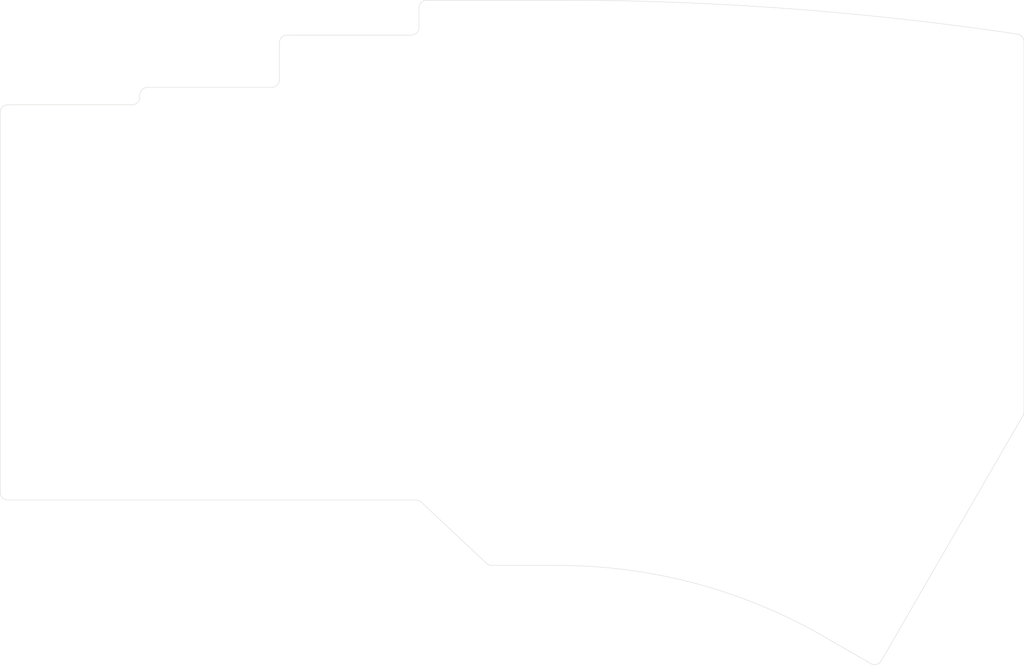
<source format=kicad_pcb>
(kicad_pcb (version 20211014) (generator pcbnew)
  (layers (0 "F.Cu" signal) (31 "B.Cu" signal) (34 "B.Paste" user) (35 "F.Paste" user) (36 "B.SilkS" user "B.Silkscreen") (37 "F.SilkS" user "F.Silkscreen") (38 "B.Mask" user) (39 "F.Mask" user) (44 "Edge.Cuts" user))
  (net 0 "")
  (footprint "dao-choc-ble:Hole_2.2mm" (layer "F.Cu") (at 17.707012 17)
    (fp_text reference "REF**" hide)
    (fp_text value "Hole_2.2mm" hide)
    (pad "" np_thru_hole circle locked (at 0 0 270) (size 2.2 2.2) (drill 2.2) (layers *.Cu *.Mask))
  )
  (footprint "dao-choc-ble:Hole_2.2mm" (layer "F.Cu") (at 17.707012 34)
    (fp_text reference "REF**" hide)
    (fp_text value "Hole_2.2mm" hide)
    (pad "" np_thru_hole circle locked (at 0 0 270) (size 2.2 2.2) (drill 2.2) (layers *.Cu *.Mask))
  )
  (footprint "dao-choc-ble:Hole_2.2mm" (layer "F.Cu") (at 90.292987 10.25)
    (fp_text reference "REF**" hide)
    (fp_text value "Hole_2.2mm" hide)
    (pad "" np_thru_hole circle locked (at 0 0 270) (size 2.2 2.2) (drill 2.2) (layers *.Cu *.Mask))
  )
  (footprint "dao-choc-ble:Hole_2.2mm" (layer "F.Cu") (at 70.030923 39.969076)
    (fp_text reference "REF**" hide)
    (fp_text value "Hole_2.2mm" hide)
    (pad "" np_thru_hole circle locked (at 0 0 270) (size 2.2 2.2) (drill 2.2) (layers *.Cu *.Mask))
  )
  (footprint "dao-choc-ble:Hole_2.2mm" (layer "F.Cu") (at 104.958224 47.071539)
    (fp_text reference "REF**" hide)
    (fp_text value "Hole_2.2mm" hide)
    (pad "" np_thru_hole circle locked (at 0 0 270) (size 2.2 2.2) (drill 2.2) (layers *.Cu *.Mask))
  )
  (gr_line (start 55 -13.499999) (end 71.999999 -13.499999) (layer "Edge.Cuts") (width 0.05))
  (gr_arc (start 132 39.608941) (mid 131.965926 39.86776) (end 131.866025 40.108941) (layer "Edge.Cuts") (width 0.05))
  (gr_line (start 1 0) (end 17 0) (layer "Edge.Cuts") (width 0.05))
  (gr_line (start 0 31.5) (end 0 1) (layer "Edge.Cuts") (width 0.05))
  (gr_line (start 0 50) (end 0 31.5) (layer "Edge.Cuts") (width 0.05))
  (gr_line (start 37 -8.999999) (end 53 -8.999999) (layer "Edge.Cuts") (width 0.05))
  (gr_arc (start 0 1) (mid 0.292893 0.292893) (end 1 0) (layer "Edge.Cuts") (width 0.05))
  (gr_line (start 36 -3.249999) (end 36 -7.999999) (layer "Edge.Cuts") (width 0.05))
  (gr_arc (start 131.14704 -9.127732) (mid 131.757311 -8.791656) (end 132 -8.138602) (layer "Edge.Cuts") (width 0.05))
  (gr_line (start 53.60453 51) (end 0.999999 51) (layer "Edge.Cuts") (width 0.05))
  (gr_line (start 112.243071 72.096895) (end 105.74788 68.346895) (layer "Edge.Cuts") (width 0.05))
  (gr_arc (start 18 -1) (mid 17.707107 -0.292893) (end 17 0) (layer "Edge.Cuts") (width 0.05))
  (gr_arc (start 71.999999 59.438151) (mid 80.923003 60.022996) (end 89.693332 61.767523) (layer "Edge.Cuts") (width 0.05))
  (gr_arc (start 54 -9.999999) (mid 53.707107 -9.292892) (end 53 -8.999999) (layer "Edge.Cuts") (width 0.05))
  (gr_line (start 54 -9.999999) (end 54 -12.499999) (layer "Edge.Cuts") (width 0.05))
  (gr_line (start 131.866025 40.108941) (end 113.609096 71.730869) (layer "Edge.Cuts") (width 0.05))
  (gr_arc (start 54 -12.499999) (mid 54.292893 -13.207106) (end 55 -13.499999) (layer "Edge.Cuts") (width 0.05))
  (gr_arc (start 36 -3.249999) (mid 35.707107 -2.542892) (end 35 -2.249999) (layer "Edge.Cuts") (width 0.05))
  (gr_line (start 18 -0.999999) (end 18 -1.249999) (layer "Edge.Cuts") (width 0.05))
  (gr_arc (start 0.999999 50.999999) (mid 0.292893 50.707106) (end 0 50) (layer "Edge.Cuts") (width 0.05))
  (gr_arc (start 18 -1.249999) (mid 18.292893 -1.957106) (end 19 -2.249999) (layer "Edge.Cuts") (width 0.05))
  (gr_arc (start 63.395469 59.438152) (mid 63.027713 59.368074) (end 62.7115 59.167663) (layer "Edge.Cuts") (width 0.05))
  (gr_line (start 132 -8.138602) (end 132 39.608941) (layer "Edge.Cuts") (width 0.05))
  (gr_line (start 72 59.438152) (end 63.395469 59.438152) (layer "Edge.Cuts") (width 0.05))
  (gr_arc (start 113.609097 71.730869) (mid 113.00189 72.196795) (end 112.243071 72.096895) (layer "Edge.Cuts") (width 0.05))
  (gr_line (start 19 -2.249999) (end 35 -2.249999) (layer "Edge.Cuts") (width 0.05))
  (gr_arc (start 72 -13.499999) (mid 101.654212 -12.405443) (end 131.14704 -9.127732) (layer "Edge.Cuts") (width 0.05))
  (gr_arc (start 89.693332 61.767524) (mid 97.930011 64.546234) (end 105.74788 68.346895) (layer "Edge.Cuts") (width 0.05))
  (gr_arc (start 36 -7.999999) (mid 36.292893 -8.707106) (end 37 -8.999999) (layer "Edge.Cuts") (width 0.05))
  (gr_line (start 62.7115 59.167663) (end 54.288499 51.270489) (layer "Edge.Cuts") (width 0.05))
  (gr_arc (start 53.60453 51) (mid 53.972286 51.070078) (end 54.288499 51.270489) (layer "Edge.Cuts") (width 0.05))
)
</source>
